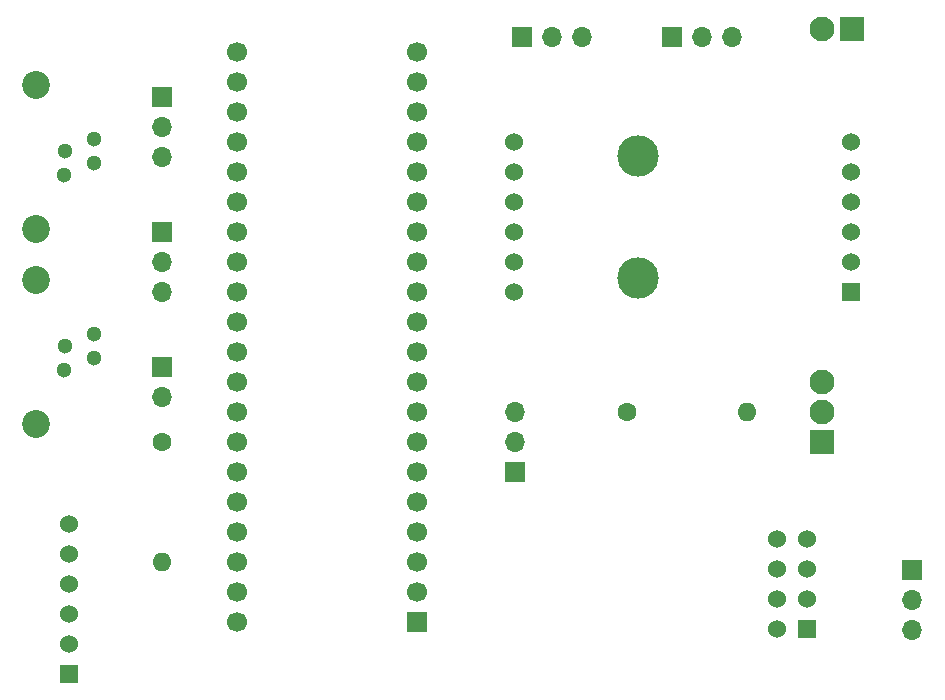
<source format=gbs>
%TF.GenerationSoftware,KiCad,Pcbnew,(6.0.4)*%
%TF.CreationDate,2022-11-02T21:24:09+07:00*%
%TF.ProjectId,01-Beta-PCB-From-Breadboard,30312d42-6574-4612-9d50-43422d46726f,rev?*%
%TF.SameCoordinates,PX68768dcPY7f2c270*%
%TF.FileFunction,Soldermask,Bot*%
%TF.FilePolarity,Negative*%
%FSLAX46Y46*%
G04 Gerber Fmt 4.6, Leading zero omitted, Abs format (unit mm)*
G04 Created by KiCad (PCBNEW (6.0.4)) date 2022-11-02 21:24:09*
%MOMM*%
%LPD*%
G01*
G04 APERTURE LIST*
%ADD10C,1.300000*%
%ADD11C,2.360000*%
%ADD12C,1.524000*%
%ADD13R,1.524000X1.524000*%
%ADD14R,1.700000X1.700000*%
%ADD15O,1.700000X1.700000*%
%ADD16C,1.700000*%
%ADD17C,3.500000*%
%ADD18O,1.600000X1.600000*%
%ADD19C,1.600000*%
%ADD20C,2.100000*%
%ADD21R,2.100000X2.100000*%
G04 APERTURE END LIST*
D10*
%TO.C,J8*%
X8150000Y49275000D03*
X8250000Y51310000D03*
X10690000Y50290000D03*
X10690000Y52325000D03*
D11*
X5850000Y44700000D03*
X5850000Y56900000D03*
%TD*%
D12*
%TO.C,U5*%
X8580000Y19685000D03*
X8580000Y17145000D03*
X8580000Y14605000D03*
X8580000Y12065000D03*
X8580000Y9525000D03*
D13*
X8580000Y6985000D03*
%TD*%
D12*
%TO.C,U4*%
X68550000Y18415000D03*
X71090000Y18415000D03*
X68550000Y15875000D03*
X71090000Y15875000D03*
X68550000Y13335000D03*
X71090000Y13335000D03*
X68550000Y10795000D03*
D13*
X71090000Y10795000D03*
%TD*%
D14*
%TO.C,J4*%
X46355000Y24145000D03*
D15*
X46355000Y26685000D03*
X46355000Y29225000D03*
%TD*%
D16*
%TO.C,U1*%
X38100000Y59690000D03*
X22860000Y59690000D03*
X38100000Y57150000D03*
X22860000Y57150000D03*
X38100000Y54610000D03*
X22860000Y54610000D03*
X38100000Y52070000D03*
X22860000Y52070000D03*
X38100000Y49530000D03*
X22860000Y49530000D03*
X38100000Y46990000D03*
X22860000Y46990000D03*
X38100000Y44450000D03*
X22860000Y44450000D03*
X38100000Y41910000D03*
X22860000Y41910000D03*
X38100000Y39370000D03*
X22860000Y39370000D03*
X38100000Y36830000D03*
X22860000Y36830000D03*
X38100000Y34290000D03*
X22860000Y34290000D03*
X38100000Y31750000D03*
X22860000Y31750000D03*
X38100000Y29210000D03*
X22860000Y29210000D03*
X38100000Y26670000D03*
X22860000Y26670000D03*
X38100000Y24130000D03*
X22860000Y24130000D03*
X38100000Y21590000D03*
X22860000Y21590000D03*
X38100000Y19050000D03*
X22860000Y19050000D03*
X38100000Y16510000D03*
X22860000Y16510000D03*
X38100000Y13970000D03*
X22860000Y13970000D03*
D14*
X38100000Y11430000D03*
D16*
X22860000Y11430000D03*
%TD*%
D12*
%TO.C,U3*%
X46320000Y39370000D03*
X46320000Y44450000D03*
X46320000Y46990000D03*
X46320000Y49530000D03*
X46320000Y41910000D03*
X46320000Y52070000D03*
D17*
X56820000Y50870000D03*
X56820000Y40570000D03*
%TD*%
D12*
%TO.C,U2*%
X74810000Y41910000D03*
D13*
X74810000Y39370000D03*
D12*
X74810000Y52070000D03*
X74810000Y49530000D03*
X74810000Y46990000D03*
X74810000Y44450000D03*
%TD*%
D18*
%TO.C,R2*%
X66040000Y29210000D03*
D19*
X55880000Y29210000D03*
%TD*%
D18*
%TO.C,R1*%
X16510000Y16510000D03*
D19*
X16510000Y26670000D03*
%TD*%
D20*
%TO.C,J10*%
X72390000Y31750000D03*
X72390000Y29210000D03*
D21*
X72390000Y26670000D03*
%TD*%
D15*
%TO.C,J9*%
X16510000Y50785000D03*
X16510000Y53325000D03*
D14*
X16510000Y55865000D03*
%TD*%
D15*
%TO.C,J7*%
X16510000Y39355000D03*
X16510000Y41895000D03*
D14*
X16510000Y44435000D03*
%TD*%
D15*
%TO.C,J6*%
X16510000Y30480000D03*
D14*
X16510000Y33020000D03*
%TD*%
D10*
%TO.C,J5*%
X8150000Y32765000D03*
X8250000Y34800000D03*
X10690000Y33780000D03*
X10690000Y35815000D03*
D11*
X5850000Y28190000D03*
X5850000Y40390000D03*
%TD*%
D15*
%TO.C,J3*%
X80010000Y10780000D03*
X80010000Y13320000D03*
D14*
X80010000Y15860000D03*
%TD*%
D15*
%TO.C,J2*%
X64770000Y60960000D03*
X62230000Y60960000D03*
D14*
X59690000Y60960000D03*
%TD*%
D15*
%TO.C,J1*%
X52070000Y60960000D03*
X49530000Y60960000D03*
D14*
X46990000Y60960000D03*
%TD*%
D20*
%TO.C,J0*%
X72390000Y61595000D03*
D21*
X74930000Y61595000D03*
%TD*%
M02*

</source>
